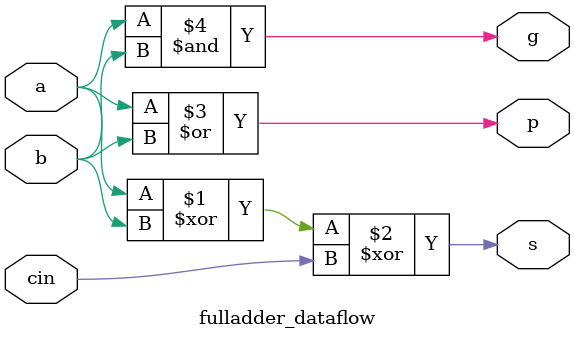
<source format=v>


module fulladder_dataflow( a, b, cin , s, p, g );

input a;
input b;
input cin;
output s;
output p;
output g; 
 
 
   assign s = a ^ b ^ cin;
   assign p = a|b;
   assign g = a&b;

    
endmodule

</source>
